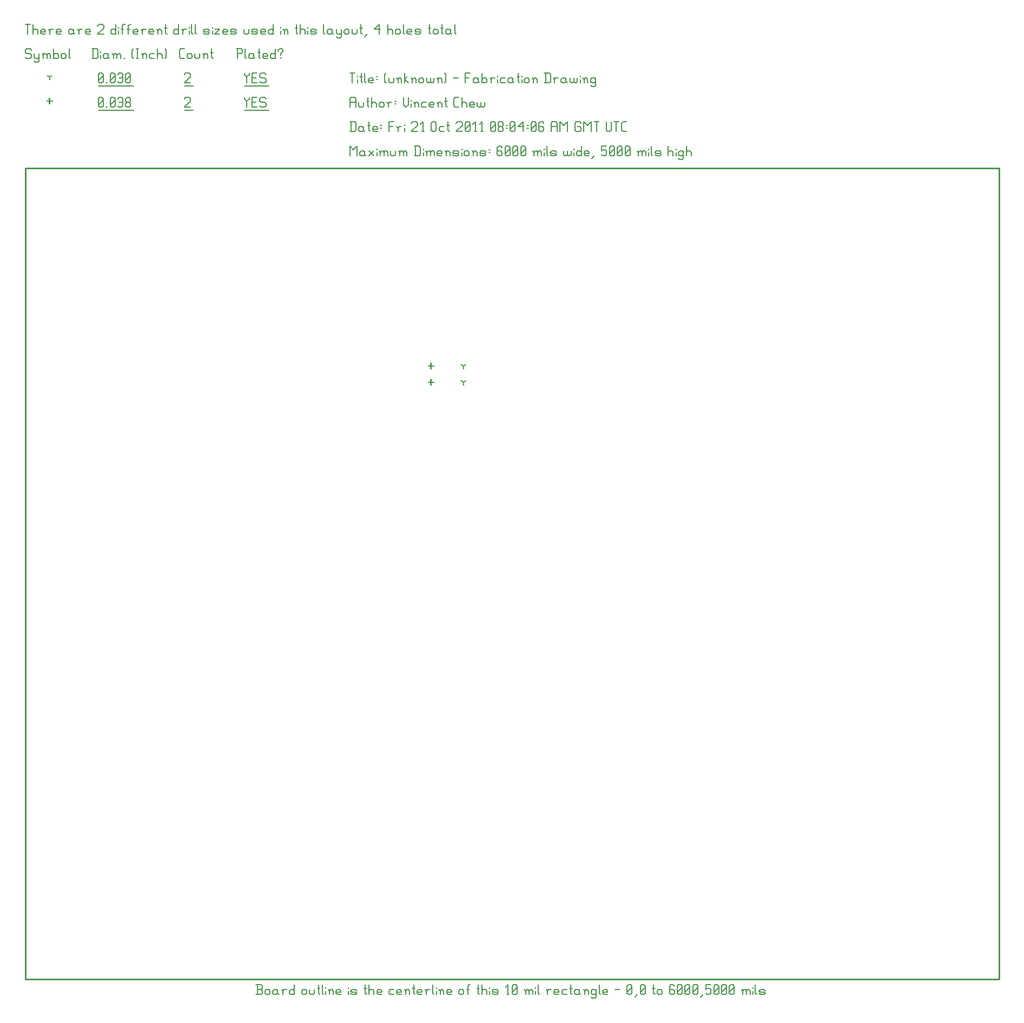
<source format=gbr>
G04 start of page 10 for group -3984 idx -3984 *
G04 Title: (unknown), fab *
G04 Creator: pcb 20091103 *
G04 CreationDate: Fri 21 Oct 2011 08:04:06 AM GMT UTC *
G04 For: kampai *
G04 Format: Gerber/RS-274X *
G04 PCB-Dimensions: 600000 500000 *
G04 PCB-Coordinate-Origin: lower left *
%MOIN*%
%FSLAX25Y25*%
%LNFAB*%
%ADD20C,0.0100*%
%ADD21R,0.0080X0.0080*%
%ADD22C,0.0060*%
G54D21*X250000Y369600D02*Y366400D01*
X248400Y368000D02*X251600D01*
X250000Y379600D02*Y376400D01*
X248400Y378000D02*X251600D01*
X15000Y542850D02*Y539650D01*
X13400Y541250D02*X16600D01*
G54D22*X135000Y543500D02*Y542750D01*
X136500Y541250D01*
X138000Y542750D01*
Y543500D02*Y542750D01*
X136500Y541250D02*Y537500D01*
X139801Y540500D02*X142051D01*
X139801Y537500D02*X142801D01*
X139801Y543500D02*Y537500D01*
Y543500D02*X142801D01*
X147603D02*X148353Y542750D01*
X145353Y543500D02*X147603D01*
X144603Y542750D02*X145353Y543500D01*
X144603Y542750D02*Y541250D01*
X145353Y540500D01*
X147603D01*
X148353Y539750D01*
Y538250D01*
X147603Y537500D02*X148353Y538250D01*
X145353Y537500D02*X147603D01*
X144603Y538250D02*X145353Y537500D01*
X135000Y535749D02*X150154D01*
X98000Y542750D02*X98750Y543500D01*
X101000D01*
X101750Y542750D01*
Y541250D01*
X98000Y537500D02*X101750Y541250D01*
X98000Y537500D02*X101750D01*
X98000Y535749D02*X103551D01*
X45000Y538250D02*X45750Y537500D01*
X45000Y542750D02*Y538250D01*
Y542750D02*X45750Y543500D01*
X47250D01*
X48000Y542750D01*
Y538250D01*
X47250Y537500D02*X48000Y538250D01*
X45750Y537500D02*X47250D01*
X45000Y539000D02*X48000Y542000D01*
X49801Y537500D02*X50551D01*
X52353Y538250D02*X53103Y537500D01*
X52353Y542750D02*Y538250D01*
Y542750D02*X53103Y543500D01*
X54603D01*
X55353Y542750D01*
Y538250D01*
X54603Y537500D02*X55353Y538250D01*
X53103Y537500D02*X54603D01*
X52353Y539000D02*X55353Y542000D01*
X57154Y542750D02*X57904Y543500D01*
X59404D01*
X60154Y542750D01*
Y538250D01*
X59404Y537500D02*X60154Y538250D01*
X57904Y537500D02*X59404D01*
X57154Y538250D02*X57904Y537500D01*
Y540500D02*X60154D01*
X61956Y538250D02*X62706Y537500D01*
X61956Y539750D02*Y538250D01*
Y539750D02*X62706Y540500D01*
X64206D01*
X64956Y539750D01*
Y538250D01*
X64206Y537500D02*X64956Y538250D01*
X62706Y537500D02*X64206D01*
X61956Y541250D02*X62706Y540500D01*
X61956Y542750D02*Y541250D01*
Y542750D02*X62706Y543500D01*
X64206D01*
X64956Y542750D01*
Y541250D01*
X64206Y540500D02*X64956Y541250D01*
X45000Y535749D02*X66757D01*
X270000Y368000D02*Y366400D01*
Y368000D02*X271386Y368800D01*
X270000Y368000D02*X268614Y368800D01*
X270000Y378000D02*Y376400D01*
Y378000D02*X271386Y378800D01*
X270000Y378000D02*X268614Y378800D01*
X15000Y556250D02*Y554650D01*
Y556250D02*X16386Y557050D01*
X15000Y556250D02*X13614Y557050D01*
X135000Y558500D02*Y557750D01*
X136500Y556250D01*
X138000Y557750D01*
Y558500D02*Y557750D01*
X136500Y556250D02*Y552500D01*
X139801Y555500D02*X142051D01*
X139801Y552500D02*X142801D01*
X139801Y558500D02*Y552500D01*
Y558500D02*X142801D01*
X147603D02*X148353Y557750D01*
X145353Y558500D02*X147603D01*
X144603Y557750D02*X145353Y558500D01*
X144603Y557750D02*Y556250D01*
X145353Y555500D01*
X147603D01*
X148353Y554750D01*
Y553250D01*
X147603Y552500D02*X148353Y553250D01*
X145353Y552500D02*X147603D01*
X144603Y553250D02*X145353Y552500D01*
X135000Y550749D02*X150154D01*
X98000Y557750D02*X98750Y558500D01*
X101000D01*
X101750Y557750D01*
Y556250D01*
X98000Y552500D02*X101750Y556250D01*
X98000Y552500D02*X101750D01*
X98000Y550749D02*X103551D01*
X45000Y553250D02*X45750Y552500D01*
X45000Y557750D02*Y553250D01*
Y557750D02*X45750Y558500D01*
X47250D01*
X48000Y557750D01*
Y553250D01*
X47250Y552500D02*X48000Y553250D01*
X45750Y552500D02*X47250D01*
X45000Y554000D02*X48000Y557000D01*
X49801Y552500D02*X50551D01*
X52353Y553250D02*X53103Y552500D01*
X52353Y557750D02*Y553250D01*
Y557750D02*X53103Y558500D01*
X54603D01*
X55353Y557750D01*
Y553250D01*
X54603Y552500D02*X55353Y553250D01*
X53103Y552500D02*X54603D01*
X52353Y554000D02*X55353Y557000D01*
X57154Y557750D02*X57904Y558500D01*
X59404D01*
X60154Y557750D01*
Y553250D01*
X59404Y552500D02*X60154Y553250D01*
X57904Y552500D02*X59404D01*
X57154Y553250D02*X57904Y552500D01*
Y555500D02*X60154D01*
X61956Y553250D02*X62706Y552500D01*
X61956Y557750D02*Y553250D01*
Y557750D02*X62706Y558500D01*
X64206D01*
X64956Y557750D01*
Y553250D01*
X64206Y552500D02*X64956Y553250D01*
X62706Y552500D02*X64206D01*
X61956Y554000D02*X64956Y557000D01*
X45000Y550749D02*X66757D01*
X3000Y573500D02*X3750Y572750D01*
X750Y573500D02*X3000D01*
X0Y572750D02*X750Y573500D01*
X0Y572750D02*Y571250D01*
X750Y570500D01*
X3000D01*
X3750Y569750D01*
Y568250D01*
X3000Y567500D02*X3750Y568250D01*
X750Y567500D02*X3000D01*
X0Y568250D02*X750Y567500D01*
X5551Y570500D02*Y568250D01*
X6301Y567500D01*
X8551Y570500D02*Y566000D01*
X7801Y565250D02*X8551Y566000D01*
X6301Y565250D02*X7801D01*
X5551Y566000D02*X6301Y565250D01*
Y567500D02*X7801D01*
X8551Y568250D01*
X11103Y569750D02*Y567500D01*
Y569750D02*X11853Y570500D01*
X12603D01*
X13353Y569750D01*
Y567500D01*
Y569750D02*X14103Y570500D01*
X14853D01*
X15603Y569750D01*
Y567500D01*
X10353Y570500D02*X11103Y569750D01*
X17404Y573500D02*Y567500D01*
Y568250D02*X18154Y567500D01*
X19654D01*
X20404Y568250D01*
Y569750D02*Y568250D01*
X19654Y570500D02*X20404Y569750D01*
X18154Y570500D02*X19654D01*
X17404Y569750D02*X18154Y570500D01*
X22206Y569750D02*Y568250D01*
Y569750D02*X22956Y570500D01*
X24456D01*
X25206Y569750D01*
Y568250D01*
X24456Y567500D02*X25206Y568250D01*
X22956Y567500D02*X24456D01*
X22206Y568250D02*X22956Y567500D01*
X27007Y573500D02*Y568250D01*
X27757Y567500D01*
X41750Y573500D02*Y567500D01*
X44000Y573500D02*X44750Y572750D01*
Y568250D01*
X44000Y567500D02*X44750Y568250D01*
X41000Y567500D02*X44000D01*
X41000Y573500D02*X44000D01*
X46551Y572000D02*Y571250D01*
Y569750D02*Y567500D01*
X50303Y570500D02*X51053Y569750D01*
X48803Y570500D02*X50303D01*
X48053Y569750D02*X48803Y570500D01*
X48053Y569750D02*Y568250D01*
X48803Y567500D01*
X51053Y570500D02*Y568250D01*
X51803Y567500D01*
X48803D02*X50303D01*
X51053Y568250D01*
X54354Y569750D02*Y567500D01*
Y569750D02*X55104Y570500D01*
X55854D01*
X56604Y569750D01*
Y567500D01*
Y569750D02*X57354Y570500D01*
X58104D01*
X58854Y569750D01*
Y567500D01*
X53604Y570500D02*X54354Y569750D01*
X60656Y567500D02*X61406D01*
X65907Y568250D02*X66657Y567500D01*
X65907Y572750D02*X66657Y573500D01*
X65907Y572750D02*Y568250D01*
X68459Y573500D02*X69959D01*
X69209D02*Y567500D01*
X68459D02*X69959D01*
X72510Y569750D02*Y567500D01*
Y569750D02*X73260Y570500D01*
X74010D01*
X74760Y569750D01*
Y567500D01*
X71760Y570500D02*X72510Y569750D01*
X77312Y570500D02*X79562D01*
X76562Y569750D02*X77312Y570500D01*
X76562Y569750D02*Y568250D01*
X77312Y567500D01*
X79562D01*
X81363Y573500D02*Y567500D01*
Y569750D02*X82113Y570500D01*
X83613D01*
X84363Y569750D01*
Y567500D01*
X86165Y573500D02*X86915Y572750D01*
Y568250D01*
X86165Y567500D02*X86915Y568250D01*
X95750Y567500D02*X98000D01*
X95000Y568250D02*X95750Y567500D01*
X95000Y572750D02*Y568250D01*
Y572750D02*X95750Y573500D01*
X98000D01*
X99801Y569750D02*Y568250D01*
Y569750D02*X100551Y570500D01*
X102051D01*
X102801Y569750D01*
Y568250D01*
X102051Y567500D02*X102801Y568250D01*
X100551Y567500D02*X102051D01*
X99801Y568250D02*X100551Y567500D01*
X104603Y570500D02*Y568250D01*
X105353Y567500D01*
X106853D01*
X107603Y568250D01*
Y570500D02*Y568250D01*
X110154Y569750D02*Y567500D01*
Y569750D02*X110904Y570500D01*
X111654D01*
X112404Y569750D01*
Y567500D01*
X109404Y570500D02*X110154Y569750D01*
X114956Y573500D02*Y568250D01*
X115706Y567500D01*
X114206Y571250D02*X115706D01*
X130750Y573500D02*Y567500D01*
X130000Y573500D02*X133000D01*
X133750Y572750D01*
Y571250D01*
X133000Y570500D02*X133750Y571250D01*
X130750Y570500D02*X133000D01*
X135551Y573500D02*Y568250D01*
X136301Y567500D01*
X140053Y570500D02*X140803Y569750D01*
X138553Y570500D02*X140053D01*
X137803Y569750D02*X138553Y570500D01*
X137803Y569750D02*Y568250D01*
X138553Y567500D01*
X140803Y570500D02*Y568250D01*
X141553Y567500D01*
X138553D02*X140053D01*
X140803Y568250D01*
X144104Y573500D02*Y568250D01*
X144854Y567500D01*
X143354Y571250D02*X144854D01*
X147106Y567500D02*X149356D01*
X146356Y568250D02*X147106Y567500D01*
X146356Y569750D02*Y568250D01*
Y569750D02*X147106Y570500D01*
X148606D01*
X149356Y569750D01*
X146356Y569000D02*X149356D01*
Y569750D02*Y569000D01*
X154157Y573500D02*Y567500D01*
X153407D02*X154157Y568250D01*
X151907Y567500D02*X153407D01*
X151157Y568250D02*X151907Y567500D01*
X151157Y569750D02*Y568250D01*
Y569750D02*X151907Y570500D01*
X153407D01*
X154157Y569750D01*
X157459Y570500D02*Y569750D01*
Y568250D02*Y567500D01*
X155959Y572750D02*Y572000D01*
Y572750D02*X156709Y573500D01*
X158209D01*
X158959Y572750D01*
Y572000D01*
X157459Y570500D02*X158959Y572000D01*
X0Y588500D02*X3000D01*
X1500D02*Y582500D01*
X4801Y588500D02*Y582500D01*
Y584750D02*X5551Y585500D01*
X7051D01*
X7801Y584750D01*
Y582500D01*
X10353D02*X12603D01*
X9603Y583250D02*X10353Y582500D01*
X9603Y584750D02*Y583250D01*
Y584750D02*X10353Y585500D01*
X11853D01*
X12603Y584750D01*
X9603Y584000D02*X12603D01*
Y584750D02*Y584000D01*
X15154Y584750D02*Y582500D01*
Y584750D02*X15904Y585500D01*
X17404D01*
X14404D02*X15154Y584750D01*
X19956Y582500D02*X22206D01*
X19206Y583250D02*X19956Y582500D01*
X19206Y584750D02*Y583250D01*
Y584750D02*X19956Y585500D01*
X21456D01*
X22206Y584750D01*
X19206Y584000D02*X22206D01*
Y584750D02*Y584000D01*
X28957Y585500D02*X29707Y584750D01*
X27457Y585500D02*X28957D01*
X26707Y584750D02*X27457Y585500D01*
X26707Y584750D02*Y583250D01*
X27457Y582500D01*
X29707Y585500D02*Y583250D01*
X30457Y582500D01*
X27457D02*X28957D01*
X29707Y583250D01*
X33009Y584750D02*Y582500D01*
Y584750D02*X33759Y585500D01*
X35259D01*
X32259D02*X33009Y584750D01*
X37810Y582500D02*X40060D01*
X37060Y583250D02*X37810Y582500D01*
X37060Y584750D02*Y583250D01*
Y584750D02*X37810Y585500D01*
X39310D01*
X40060Y584750D01*
X37060Y584000D02*X40060D01*
Y584750D02*Y584000D01*
X44562Y587750D02*X45312Y588500D01*
X47562D01*
X48312Y587750D01*
Y586250D01*
X44562Y582500D02*X48312Y586250D01*
X44562Y582500D02*X48312D01*
X55813Y588500D02*Y582500D01*
X55063D02*X55813Y583250D01*
X53563Y582500D02*X55063D01*
X52813Y583250D02*X53563Y582500D01*
X52813Y584750D02*Y583250D01*
Y584750D02*X53563Y585500D01*
X55063D01*
X55813Y584750D01*
X57615Y587000D02*Y586250D01*
Y584750D02*Y582500D01*
X59866Y587750D02*Y582500D01*
Y587750D02*X60616Y588500D01*
X61366D01*
X59116Y585500D02*X60616D01*
X63618Y587750D02*Y582500D01*
Y587750D02*X64368Y588500D01*
X65118D01*
X62868Y585500D02*X64368D01*
X67369Y582500D02*X69619D01*
X66619Y583250D02*X67369Y582500D01*
X66619Y584750D02*Y583250D01*
Y584750D02*X67369Y585500D01*
X68869D01*
X69619Y584750D01*
X66619Y584000D02*X69619D01*
Y584750D02*Y584000D01*
X72171Y584750D02*Y582500D01*
Y584750D02*X72921Y585500D01*
X74421D01*
X71421D02*X72171Y584750D01*
X76972Y582500D02*X79222D01*
X76222Y583250D02*X76972Y582500D01*
X76222Y584750D02*Y583250D01*
Y584750D02*X76972Y585500D01*
X78472D01*
X79222Y584750D01*
X76222Y584000D02*X79222D01*
Y584750D02*Y584000D01*
X81774Y584750D02*Y582500D01*
Y584750D02*X82524Y585500D01*
X83274D01*
X84024Y584750D01*
Y582500D01*
X81024Y585500D02*X81774Y584750D01*
X86575Y588500D02*Y583250D01*
X87325Y582500D01*
X85825Y586250D02*X87325D01*
X94527Y588500D02*Y582500D01*
X93777D02*X94527Y583250D01*
X92277Y582500D02*X93777D01*
X91527Y583250D02*X92277Y582500D01*
X91527Y584750D02*Y583250D01*
Y584750D02*X92277Y585500D01*
X93777D01*
X94527Y584750D01*
X97078D02*Y582500D01*
Y584750D02*X97828Y585500D01*
X99328D01*
X96328D02*X97078Y584750D01*
X101130Y587000D02*Y586250D01*
Y584750D02*Y582500D01*
X102631Y588500D02*Y583250D01*
X103381Y582500D01*
X104883Y588500D02*Y583250D01*
X105633Y582500D01*
X110584D02*X112834D01*
X113584Y583250D01*
X112834Y584000D02*X113584Y583250D01*
X110584Y584000D02*X112834D01*
X109834Y584750D02*X110584Y584000D01*
X109834Y584750D02*X110584Y585500D01*
X112834D01*
X113584Y584750D01*
X109834Y583250D02*X110584Y582500D01*
X115386Y587000D02*Y586250D01*
Y584750D02*Y582500D01*
X116887Y585500D02*X119887D01*
X116887Y582500D02*X119887Y585500D01*
X116887Y582500D02*X119887D01*
X122439D02*X124689D01*
X121689Y583250D02*X122439Y582500D01*
X121689Y584750D02*Y583250D01*
Y584750D02*X122439Y585500D01*
X123939D01*
X124689Y584750D01*
X121689Y584000D02*X124689D01*
Y584750D02*Y584000D01*
X127240Y582500D02*X129490D01*
X130240Y583250D01*
X129490Y584000D02*X130240Y583250D01*
X127240Y584000D02*X129490D01*
X126490Y584750D02*X127240Y584000D01*
X126490Y584750D02*X127240Y585500D01*
X129490D01*
X130240Y584750D01*
X126490Y583250D02*X127240Y582500D01*
X134742Y585500D02*Y583250D01*
X135492Y582500D01*
X136992D01*
X137742Y583250D01*
Y585500D02*Y583250D01*
X140293Y582500D02*X142543D01*
X143293Y583250D01*
X142543Y584000D02*X143293Y583250D01*
X140293Y584000D02*X142543D01*
X139543Y584750D02*X140293Y584000D01*
X139543Y584750D02*X140293Y585500D01*
X142543D01*
X143293Y584750D01*
X139543Y583250D02*X140293Y582500D01*
X145845D02*X148095D01*
X145095Y583250D02*X145845Y582500D01*
X145095Y584750D02*Y583250D01*
Y584750D02*X145845Y585500D01*
X147345D01*
X148095Y584750D01*
X145095Y584000D02*X148095D01*
Y584750D02*Y584000D01*
X152896Y588500D02*Y582500D01*
X152146D02*X152896Y583250D01*
X150646Y582500D02*X152146D01*
X149896Y583250D02*X150646Y582500D01*
X149896Y584750D02*Y583250D01*
Y584750D02*X150646Y585500D01*
X152146D01*
X152896Y584750D01*
X157398Y587000D02*Y586250D01*
Y584750D02*Y582500D01*
X159649Y584750D02*Y582500D01*
Y584750D02*X160399Y585500D01*
X161149D01*
X161899Y584750D01*
Y582500D01*
X158899Y585500D02*X159649Y584750D01*
X167151Y588500D02*Y583250D01*
X167901Y582500D01*
X166401Y586250D02*X167901D01*
X169402Y588500D02*Y582500D01*
Y584750D02*X170152Y585500D01*
X171652D01*
X172402Y584750D01*
Y582500D01*
X174204Y587000D02*Y586250D01*
Y584750D02*Y582500D01*
X176455D02*X178705D01*
X179455Y583250D01*
X178705Y584000D02*X179455Y583250D01*
X176455Y584000D02*X178705D01*
X175705Y584750D02*X176455Y584000D01*
X175705Y584750D02*X176455Y585500D01*
X178705D01*
X179455Y584750D01*
X175705Y583250D02*X176455Y582500D01*
X183957Y588500D02*Y583250D01*
X184707Y582500D01*
X188458Y585500D02*X189208Y584750D01*
X186958Y585500D02*X188458D01*
X186208Y584750D02*X186958Y585500D01*
X186208Y584750D02*Y583250D01*
X186958Y582500D01*
X189208Y585500D02*Y583250D01*
X189958Y582500D01*
X186958D02*X188458D01*
X189208Y583250D01*
X191760Y585500D02*Y583250D01*
X192510Y582500D01*
X194760Y585500D02*Y581000D01*
X194010Y580250D02*X194760Y581000D01*
X192510Y580250D02*X194010D01*
X191760Y581000D02*X192510Y580250D01*
Y582500D02*X194010D01*
X194760Y583250D01*
X196561Y584750D02*Y583250D01*
Y584750D02*X197311Y585500D01*
X198811D01*
X199561Y584750D01*
Y583250D01*
X198811Y582500D02*X199561Y583250D01*
X197311Y582500D02*X198811D01*
X196561Y583250D02*X197311Y582500D01*
X201363Y585500D02*Y583250D01*
X202113Y582500D01*
X203613D01*
X204363Y583250D01*
Y585500D02*Y583250D01*
X206914Y588500D02*Y583250D01*
X207664Y582500D01*
X206164Y586250D02*X207664D01*
X209166Y581000D02*X210666Y582500D01*
X215167Y585500D02*X218167Y588500D01*
X215167Y585500D02*X218917D01*
X218167Y588500D02*Y582500D01*
X223419Y588500D02*Y582500D01*
Y584750D02*X224169Y585500D01*
X225669D01*
X226419Y584750D01*
Y582500D01*
X228220Y584750D02*Y583250D01*
Y584750D02*X228970Y585500D01*
X230470D01*
X231220Y584750D01*
Y583250D01*
X230470Y582500D02*X231220Y583250D01*
X228970Y582500D02*X230470D01*
X228220Y583250D02*X228970Y582500D01*
X233022Y588500D02*Y583250D01*
X233772Y582500D01*
X236023D02*X238273D01*
X235273Y583250D02*X236023Y582500D01*
X235273Y584750D02*Y583250D01*
Y584750D02*X236023Y585500D01*
X237523D01*
X238273Y584750D01*
X235273Y584000D02*X238273D01*
Y584750D02*Y584000D01*
X240825Y582500D02*X243075D01*
X243825Y583250D01*
X243075Y584000D02*X243825Y583250D01*
X240825Y584000D02*X243075D01*
X240075Y584750D02*X240825Y584000D01*
X240075Y584750D02*X240825Y585500D01*
X243075D01*
X243825Y584750D01*
X240075Y583250D02*X240825Y582500D01*
X249076Y588500D02*Y583250D01*
X249826Y582500D01*
X248326Y586250D02*X249826D01*
X251328Y584750D02*Y583250D01*
Y584750D02*X252078Y585500D01*
X253578D01*
X254328Y584750D01*
Y583250D01*
X253578Y582500D02*X254328Y583250D01*
X252078Y582500D02*X253578D01*
X251328Y583250D02*X252078Y582500D01*
X256879Y588500D02*Y583250D01*
X257629Y582500D01*
X256129Y586250D02*X257629D01*
X261381Y585500D02*X262131Y584750D01*
X259881Y585500D02*X261381D01*
X259131Y584750D02*X259881Y585500D01*
X259131Y584750D02*Y583250D01*
X259881Y582500D01*
X262131Y585500D02*Y583250D01*
X262881Y582500D01*
X259881D02*X261381D01*
X262131Y583250D01*
X264682Y588500D02*Y583250D01*
X265432Y582500D01*
G54D20*X0Y500000D02*X600000D01*
X0D02*Y0D01*
X600000Y500000D02*Y0D01*
X0D02*X600000D01*
G54D22*X200000Y513500D02*Y507500D01*
Y513500D02*X202250Y511250D01*
X204500Y513500D01*
Y507500D01*
X208551Y510500D02*X209301Y509750D01*
X207051Y510500D02*X208551D01*
X206301Y509750D02*X207051Y510500D01*
X206301Y509750D02*Y508250D01*
X207051Y507500D01*
X209301Y510500D02*Y508250D01*
X210051Y507500D01*
X207051D02*X208551D01*
X209301Y508250D01*
X211853Y510500D02*X214853Y507500D01*
X211853D02*X214853Y510500D01*
X216654Y512000D02*Y511250D01*
Y509750D02*Y507500D01*
X218906Y509750D02*Y507500D01*
Y509750D02*X219656Y510500D01*
X220406D01*
X221156Y509750D01*
Y507500D01*
Y509750D02*X221906Y510500D01*
X222656D01*
X223406Y509750D01*
Y507500D01*
X218156Y510500D02*X218906Y509750D01*
X225207Y510500D02*Y508250D01*
X225957Y507500D01*
X227457D01*
X228207Y508250D01*
Y510500D02*Y508250D01*
X230759Y509750D02*Y507500D01*
Y509750D02*X231509Y510500D01*
X232259D01*
X233009Y509750D01*
Y507500D01*
Y509750D02*X233759Y510500D01*
X234509D01*
X235259Y509750D01*
Y507500D01*
X230009Y510500D02*X230759Y509750D01*
X240510Y513500D02*Y507500D01*
X242760Y513500D02*X243510Y512750D01*
Y508250D01*
X242760Y507500D02*X243510Y508250D01*
X239760Y507500D02*X242760D01*
X239760Y513500D02*X242760D01*
X245312Y512000D02*Y511250D01*
Y509750D02*Y507500D01*
X247563Y509750D02*Y507500D01*
Y509750D02*X248313Y510500D01*
X249063D01*
X249813Y509750D01*
Y507500D01*
Y509750D02*X250563Y510500D01*
X251313D01*
X252063Y509750D01*
Y507500D01*
X246813Y510500D02*X247563Y509750D01*
X254615Y507500D02*X256865D01*
X253865Y508250D02*X254615Y507500D01*
X253865Y509750D02*Y508250D01*
Y509750D02*X254615Y510500D01*
X256115D01*
X256865Y509750D01*
X253865Y509000D02*X256865D01*
Y509750D02*Y509000D01*
X259416Y509750D02*Y507500D01*
Y509750D02*X260166Y510500D01*
X260916D01*
X261666Y509750D01*
Y507500D01*
X258666Y510500D02*X259416Y509750D01*
X264218Y507500D02*X266468D01*
X267218Y508250D01*
X266468Y509000D02*X267218Y508250D01*
X264218Y509000D02*X266468D01*
X263468Y509750D02*X264218Y509000D01*
X263468Y509750D02*X264218Y510500D01*
X266468D01*
X267218Y509750D01*
X263468Y508250D02*X264218Y507500D01*
X269019Y512000D02*Y511250D01*
Y509750D02*Y507500D01*
X270521Y509750D02*Y508250D01*
Y509750D02*X271271Y510500D01*
X272771D01*
X273521Y509750D01*
Y508250D01*
X272771Y507500D02*X273521Y508250D01*
X271271Y507500D02*X272771D01*
X270521Y508250D02*X271271Y507500D01*
X276072Y509750D02*Y507500D01*
Y509750D02*X276822Y510500D01*
X277572D01*
X278322Y509750D01*
Y507500D01*
X275322Y510500D02*X276072Y509750D01*
X280874Y507500D02*X283124D01*
X283874Y508250D01*
X283124Y509000D02*X283874Y508250D01*
X280874Y509000D02*X283124D01*
X280124Y509750D02*X280874Y509000D01*
X280124Y509750D02*X280874Y510500D01*
X283124D01*
X283874Y509750D01*
X280124Y508250D02*X280874Y507500D01*
X285675Y511250D02*X286425D01*
X285675Y509750D02*X286425D01*
X293177Y513500D02*X293927Y512750D01*
X291677Y513500D02*X293177D01*
X290927Y512750D02*X291677Y513500D01*
X290927Y512750D02*Y508250D01*
X291677Y507500D01*
X293177Y510500D02*X293927Y509750D01*
X290927Y510500D02*X293177D01*
X291677Y507500D02*X293177D01*
X293927Y508250D01*
Y509750D02*Y508250D01*
X295728D02*X296478Y507500D01*
X295728Y512750D02*Y508250D01*
Y512750D02*X296478Y513500D01*
X297978D01*
X298728Y512750D01*
Y508250D01*
X297978Y507500D02*X298728Y508250D01*
X296478Y507500D02*X297978D01*
X295728Y509000D02*X298728Y512000D01*
X300530Y508250D02*X301280Y507500D01*
X300530Y512750D02*Y508250D01*
Y512750D02*X301280Y513500D01*
X302780D01*
X303530Y512750D01*
Y508250D01*
X302780Y507500D02*X303530Y508250D01*
X301280Y507500D02*X302780D01*
X300530Y509000D02*X303530Y512000D01*
X305331Y508250D02*X306081Y507500D01*
X305331Y512750D02*Y508250D01*
Y512750D02*X306081Y513500D01*
X307581D01*
X308331Y512750D01*
Y508250D01*
X307581Y507500D02*X308331Y508250D01*
X306081Y507500D02*X307581D01*
X305331Y509000D02*X308331Y512000D01*
X313583Y509750D02*Y507500D01*
Y509750D02*X314333Y510500D01*
X315083D01*
X315833Y509750D01*
Y507500D01*
Y509750D02*X316583Y510500D01*
X317333D01*
X318083Y509750D01*
Y507500D01*
X312833Y510500D02*X313583Y509750D01*
X319884Y512000D02*Y511250D01*
Y509750D02*Y507500D01*
X321386Y513500D02*Y508250D01*
X322136Y507500D01*
X324387D02*X326637D01*
X327387Y508250D01*
X326637Y509000D02*X327387Y508250D01*
X324387Y509000D02*X326637D01*
X323637Y509750D02*X324387Y509000D01*
X323637Y509750D02*X324387Y510500D01*
X326637D01*
X327387Y509750D01*
X323637Y508250D02*X324387Y507500D01*
X331889Y510500D02*Y508250D01*
X332639Y507500D01*
X333389D01*
X334139Y508250D01*
Y510500D02*Y508250D01*
X334889Y507500D01*
X335639D01*
X336389Y508250D01*
Y510500D02*Y508250D01*
X338190Y512000D02*Y511250D01*
Y509750D02*Y507500D01*
X342692Y513500D02*Y507500D01*
X341942D02*X342692Y508250D01*
X340442Y507500D02*X341942D01*
X339692Y508250D02*X340442Y507500D01*
X339692Y509750D02*Y508250D01*
Y509750D02*X340442Y510500D01*
X341942D01*
X342692Y509750D01*
X345243Y507500D02*X347493D01*
X344493Y508250D02*X345243Y507500D01*
X344493Y509750D02*Y508250D01*
Y509750D02*X345243Y510500D01*
X346743D01*
X347493Y509750D01*
X344493Y509000D02*X347493D01*
Y509750D02*Y509000D01*
X349295Y506000D02*X350795Y507500D01*
X355296Y513500D02*X358296D01*
X355296D02*Y510500D01*
X356046Y511250D01*
X357546D01*
X358296Y510500D01*
Y508250D01*
X357546Y507500D02*X358296Y508250D01*
X356046Y507500D02*X357546D01*
X355296Y508250D02*X356046Y507500D01*
X360098Y508250D02*X360848Y507500D01*
X360098Y512750D02*Y508250D01*
Y512750D02*X360848Y513500D01*
X362348D01*
X363098Y512750D01*
Y508250D01*
X362348Y507500D02*X363098Y508250D01*
X360848Y507500D02*X362348D01*
X360098Y509000D02*X363098Y512000D01*
X364899Y508250D02*X365649Y507500D01*
X364899Y512750D02*Y508250D01*
Y512750D02*X365649Y513500D01*
X367149D01*
X367899Y512750D01*
Y508250D01*
X367149Y507500D02*X367899Y508250D01*
X365649Y507500D02*X367149D01*
X364899Y509000D02*X367899Y512000D01*
X369701Y508250D02*X370451Y507500D01*
X369701Y512750D02*Y508250D01*
Y512750D02*X370451Y513500D01*
X371951D01*
X372701Y512750D01*
Y508250D01*
X371951Y507500D02*X372701Y508250D01*
X370451Y507500D02*X371951D01*
X369701Y509000D02*X372701Y512000D01*
X377952Y509750D02*Y507500D01*
Y509750D02*X378702Y510500D01*
X379452D01*
X380202Y509750D01*
Y507500D01*
Y509750D02*X380952Y510500D01*
X381702D01*
X382452Y509750D01*
Y507500D01*
X377202Y510500D02*X377952Y509750D01*
X384254Y512000D02*Y511250D01*
Y509750D02*Y507500D01*
X385755Y513500D02*Y508250D01*
X386505Y507500D01*
X388757D02*X391007D01*
X391757Y508250D01*
X391007Y509000D02*X391757Y508250D01*
X388757Y509000D02*X391007D01*
X388007Y509750D02*X388757Y509000D01*
X388007Y509750D02*X388757Y510500D01*
X391007D01*
X391757Y509750D01*
X388007Y508250D02*X388757Y507500D01*
X396258Y513500D02*Y507500D01*
Y509750D02*X397008Y510500D01*
X398508D01*
X399258Y509750D01*
Y507500D01*
X401060Y512000D02*Y511250D01*
Y509750D02*Y507500D01*
X404811Y510500D02*X405561Y509750D01*
X403311Y510500D02*X404811D01*
X402561Y509750D02*X403311Y510500D01*
X402561Y509750D02*Y508250D01*
X403311Y507500D01*
X404811D01*
X405561Y508250D01*
X402561Y506000D02*X403311Y505250D01*
X404811D01*
X405561Y506000D01*
Y510500D02*Y506000D01*
X407363Y513500D02*Y507500D01*
Y509750D02*X408113Y510500D01*
X409613D01*
X410363Y509750D01*
Y507500D01*
X142226Y-9500D02*X145226D01*
X145976Y-8750D01*
Y-7250D02*Y-8750D01*
X145226Y-6500D02*X145976Y-7250D01*
X142976Y-6500D02*X145226D01*
X142976Y-3500D02*Y-9500D01*
X142226Y-3500D02*X145226D01*
X145976Y-4250D01*
Y-5750D01*
X145226Y-6500D02*X145976Y-5750D01*
X147777Y-7250D02*Y-8750D01*
Y-7250D02*X148527Y-6500D01*
X150027D01*
X150777Y-7250D01*
Y-8750D01*
X150027Y-9500D02*X150777Y-8750D01*
X148527Y-9500D02*X150027D01*
X147777Y-8750D02*X148527Y-9500D01*
X154829Y-6500D02*X155579Y-7250D01*
X153329Y-6500D02*X154829D01*
X152579Y-7250D02*X153329Y-6500D01*
X152579Y-7250D02*Y-8750D01*
X153329Y-9500D01*
X155579Y-6500D02*Y-8750D01*
X156329Y-9500D01*
X153329D02*X154829D01*
X155579Y-8750D01*
X158880Y-7250D02*Y-9500D01*
Y-7250D02*X159630Y-6500D01*
X161130D01*
X158130D02*X158880Y-7250D01*
X165932Y-3500D02*Y-9500D01*
X165182D02*X165932Y-8750D01*
X163682Y-9500D02*X165182D01*
X162932Y-8750D02*X163682Y-9500D01*
X162932Y-7250D02*Y-8750D01*
Y-7250D02*X163682Y-6500D01*
X165182D01*
X165932Y-7250D01*
X170433D02*Y-8750D01*
Y-7250D02*X171183Y-6500D01*
X172683D01*
X173433Y-7250D01*
Y-8750D01*
X172683Y-9500D02*X173433Y-8750D01*
X171183Y-9500D02*X172683D01*
X170433Y-8750D02*X171183Y-9500D01*
X175235Y-6500D02*Y-8750D01*
X175985Y-9500D01*
X177485D01*
X178235Y-8750D01*
Y-6500D02*Y-8750D01*
X180786Y-3500D02*Y-8750D01*
X181536Y-9500D01*
X180036Y-5750D02*X181536D01*
X183038Y-3500D02*Y-8750D01*
X183788Y-9500D01*
X185289Y-5000D02*Y-5750D01*
Y-7250D02*Y-9500D01*
X187541Y-7250D02*Y-9500D01*
Y-7250D02*X188291Y-6500D01*
X189041D01*
X189791Y-7250D01*
Y-9500D01*
X186791Y-6500D02*X187541Y-7250D01*
X192342Y-9500D02*X194592D01*
X191592Y-8750D02*X192342Y-9500D01*
X191592Y-7250D02*Y-8750D01*
Y-7250D02*X192342Y-6500D01*
X193842D01*
X194592Y-7250D01*
X191592Y-8000D02*X194592D01*
Y-7250D02*Y-8000D01*
X199094Y-5000D02*Y-5750D01*
Y-7250D02*Y-9500D01*
X201345D02*X203595D01*
X204345Y-8750D01*
X203595Y-8000D02*X204345Y-8750D01*
X201345Y-8000D02*X203595D01*
X200595Y-7250D02*X201345Y-8000D01*
X200595Y-7250D02*X201345Y-6500D01*
X203595D01*
X204345Y-7250D01*
X200595Y-8750D02*X201345Y-9500D01*
X209597Y-3500D02*Y-8750D01*
X210347Y-9500D01*
X208847Y-5750D02*X210347D01*
X211848Y-3500D02*Y-9500D01*
Y-7250D02*X212598Y-6500D01*
X214098D01*
X214848Y-7250D01*
Y-9500D01*
X217400D02*X219650D01*
X216650Y-8750D02*X217400Y-9500D01*
X216650Y-7250D02*Y-8750D01*
Y-7250D02*X217400Y-6500D01*
X218900D01*
X219650Y-7250D01*
X216650Y-8000D02*X219650D01*
Y-7250D02*Y-8000D01*
X224901Y-6500D02*X227151D01*
X224151Y-7250D02*X224901Y-6500D01*
X224151Y-7250D02*Y-8750D01*
X224901Y-9500D01*
X227151D01*
X229703D02*X231953D01*
X228953Y-8750D02*X229703Y-9500D01*
X228953Y-7250D02*Y-8750D01*
Y-7250D02*X229703Y-6500D01*
X231203D01*
X231953Y-7250D01*
X228953Y-8000D02*X231953D01*
Y-7250D02*Y-8000D01*
X234504Y-7250D02*Y-9500D01*
Y-7250D02*X235254Y-6500D01*
X236004D01*
X236754Y-7250D01*
Y-9500D01*
X233754Y-6500D02*X234504Y-7250D01*
X239306Y-3500D02*Y-8750D01*
X240056Y-9500D01*
X238556Y-5750D02*X240056D01*
X242307Y-9500D02*X244557D01*
X241557Y-8750D02*X242307Y-9500D01*
X241557Y-7250D02*Y-8750D01*
Y-7250D02*X242307Y-6500D01*
X243807D01*
X244557Y-7250D01*
X241557Y-8000D02*X244557D01*
Y-7250D02*Y-8000D01*
X247109Y-7250D02*Y-9500D01*
Y-7250D02*X247859Y-6500D01*
X249359D01*
X246359D02*X247109Y-7250D01*
X251160Y-3500D02*Y-8750D01*
X251910Y-9500D01*
X253412Y-5000D02*Y-5750D01*
Y-7250D02*Y-9500D01*
X255663Y-7250D02*Y-9500D01*
Y-7250D02*X256413Y-6500D01*
X257163D01*
X257913Y-7250D01*
Y-9500D01*
X254913Y-6500D02*X255663Y-7250D01*
X260465Y-9500D02*X262715D01*
X259715Y-8750D02*X260465Y-9500D01*
X259715Y-7250D02*Y-8750D01*
Y-7250D02*X260465Y-6500D01*
X261965D01*
X262715Y-7250D01*
X259715Y-8000D02*X262715D01*
Y-7250D02*Y-8000D01*
X267216Y-7250D02*Y-8750D01*
Y-7250D02*X267966Y-6500D01*
X269466D01*
X270216Y-7250D01*
Y-8750D01*
X269466Y-9500D02*X270216Y-8750D01*
X267966Y-9500D02*X269466D01*
X267216Y-8750D02*X267966Y-9500D01*
X272768Y-4250D02*Y-9500D01*
Y-4250D02*X273518Y-3500D01*
X274268D01*
X272018Y-6500D02*X273518D01*
X279219Y-3500D02*Y-8750D01*
X279969Y-9500D01*
X278469Y-5750D02*X279969D01*
X281471Y-3500D02*Y-9500D01*
Y-7250D02*X282221Y-6500D01*
X283721D01*
X284471Y-7250D01*
Y-9500D01*
X286272Y-5000D02*Y-5750D01*
Y-7250D02*Y-9500D01*
X288524D02*X290774D01*
X291524Y-8750D01*
X290774Y-8000D02*X291524Y-8750D01*
X288524Y-8000D02*X290774D01*
X287774Y-7250D02*X288524Y-8000D01*
X287774Y-7250D02*X288524Y-6500D01*
X290774D01*
X291524Y-7250D01*
X287774Y-8750D02*X288524Y-9500D01*
X296775D02*X298275D01*
X297525Y-3500D02*Y-9500D01*
X296025Y-5000D02*X297525Y-3500D01*
X300077Y-8750D02*X300827Y-9500D01*
X300077Y-4250D02*Y-8750D01*
Y-4250D02*X300827Y-3500D01*
X302327D01*
X303077Y-4250D01*
Y-8750D01*
X302327Y-9500D02*X303077Y-8750D01*
X300827Y-9500D02*X302327D01*
X300077Y-8000D02*X303077Y-5000D01*
X308328Y-7250D02*Y-9500D01*
Y-7250D02*X309078Y-6500D01*
X309828D01*
X310578Y-7250D01*
Y-9500D01*
Y-7250D02*X311328Y-6500D01*
X312078D01*
X312828Y-7250D01*
Y-9500D01*
X307578Y-6500D02*X308328Y-7250D01*
X314630Y-5000D02*Y-5750D01*
Y-7250D02*Y-9500D01*
X316131Y-3500D02*Y-8750D01*
X316881Y-9500D01*
X321833Y-7250D02*Y-9500D01*
Y-7250D02*X322583Y-6500D01*
X324083D01*
X321083D02*X321833Y-7250D01*
X326634Y-9500D02*X328884D01*
X325884Y-8750D02*X326634Y-9500D01*
X325884Y-7250D02*Y-8750D01*
Y-7250D02*X326634Y-6500D01*
X328134D01*
X328884Y-7250D01*
X325884Y-8000D02*X328884D01*
Y-7250D02*Y-8000D01*
X331436Y-6500D02*X333686D01*
X330686Y-7250D02*X331436Y-6500D01*
X330686Y-7250D02*Y-8750D01*
X331436Y-9500D01*
X333686D01*
X336237Y-3500D02*Y-8750D01*
X336987Y-9500D01*
X335487Y-5750D02*X336987D01*
X340739Y-6500D02*X341489Y-7250D01*
X339239Y-6500D02*X340739D01*
X338489Y-7250D02*X339239Y-6500D01*
X338489Y-7250D02*Y-8750D01*
X339239Y-9500D01*
X341489Y-6500D02*Y-8750D01*
X342239Y-9500D01*
X339239D02*X340739D01*
X341489Y-8750D01*
X344790Y-7250D02*Y-9500D01*
Y-7250D02*X345540Y-6500D01*
X346290D01*
X347040Y-7250D01*
Y-9500D01*
X344040Y-6500D02*X344790Y-7250D01*
X351092Y-6500D02*X351842Y-7250D01*
X349592Y-6500D02*X351092D01*
X348842Y-7250D02*X349592Y-6500D01*
X348842Y-7250D02*Y-8750D01*
X349592Y-9500D01*
X351092D01*
X351842Y-8750D01*
X348842Y-11000D02*X349592Y-11750D01*
X351092D01*
X351842Y-11000D01*
Y-6500D02*Y-11000D01*
X353643Y-3500D02*Y-8750D01*
X354393Y-9500D01*
X356645D02*X358895D01*
X355895Y-8750D02*X356645Y-9500D01*
X355895Y-7250D02*Y-8750D01*
Y-7250D02*X356645Y-6500D01*
X358145D01*
X358895Y-7250D01*
X355895Y-8000D02*X358895D01*
Y-7250D02*Y-8000D01*
X363396Y-6500D02*X366396D01*
X370898Y-8750D02*X371648Y-9500D01*
X370898Y-4250D02*Y-8750D01*
Y-4250D02*X371648Y-3500D01*
X373148D01*
X373898Y-4250D01*
Y-8750D01*
X373148Y-9500D02*X373898Y-8750D01*
X371648Y-9500D02*X373148D01*
X370898Y-8000D02*X373898Y-5000D01*
X375699Y-11000D02*X377199Y-9500D01*
X379001Y-8750D02*X379751Y-9500D01*
X379001Y-4250D02*Y-8750D01*
Y-4250D02*X379751Y-3500D01*
X381251D01*
X382001Y-4250D01*
Y-8750D01*
X381251Y-9500D02*X382001Y-8750D01*
X379751Y-9500D02*X381251D01*
X379001Y-8000D02*X382001Y-5000D01*
X387252Y-3500D02*Y-8750D01*
X388002Y-9500D01*
X386502Y-5750D02*X388002D01*
X389504Y-7250D02*Y-8750D01*
Y-7250D02*X390254Y-6500D01*
X391754D01*
X392504Y-7250D01*
Y-8750D01*
X391754Y-9500D02*X392504Y-8750D01*
X390254Y-9500D02*X391754D01*
X389504Y-8750D02*X390254Y-9500D01*
X399255Y-3500D02*X400005Y-4250D01*
X397755Y-3500D02*X399255D01*
X397005Y-4250D02*X397755Y-3500D01*
X397005Y-4250D02*Y-8750D01*
X397755Y-9500D01*
X399255Y-6500D02*X400005Y-7250D01*
X397005Y-6500D02*X399255D01*
X397755Y-9500D02*X399255D01*
X400005Y-8750D01*
Y-7250D02*Y-8750D01*
X401807D02*X402557Y-9500D01*
X401807Y-4250D02*Y-8750D01*
Y-4250D02*X402557Y-3500D01*
X404057D01*
X404807Y-4250D01*
Y-8750D01*
X404057Y-9500D02*X404807Y-8750D01*
X402557Y-9500D02*X404057D01*
X401807Y-8000D02*X404807Y-5000D01*
X406608Y-8750D02*X407358Y-9500D01*
X406608Y-4250D02*Y-8750D01*
Y-4250D02*X407358Y-3500D01*
X408858D01*
X409608Y-4250D01*
Y-8750D01*
X408858Y-9500D02*X409608Y-8750D01*
X407358Y-9500D02*X408858D01*
X406608Y-8000D02*X409608Y-5000D01*
X411410Y-8750D02*X412160Y-9500D01*
X411410Y-4250D02*Y-8750D01*
Y-4250D02*X412160Y-3500D01*
X413660D01*
X414410Y-4250D01*
Y-8750D01*
X413660Y-9500D02*X414410Y-8750D01*
X412160Y-9500D02*X413660D01*
X411410Y-8000D02*X414410Y-5000D01*
X416211Y-11000D02*X417711Y-9500D01*
X419513Y-3500D02*X422513D01*
X419513D02*Y-6500D01*
X420263Y-5750D01*
X421763D01*
X422513Y-6500D01*
Y-8750D01*
X421763Y-9500D02*X422513Y-8750D01*
X420263Y-9500D02*X421763D01*
X419513Y-8750D02*X420263Y-9500D01*
X424314Y-8750D02*X425064Y-9500D01*
X424314Y-4250D02*Y-8750D01*
Y-4250D02*X425064Y-3500D01*
X426564D01*
X427314Y-4250D01*
Y-8750D01*
X426564Y-9500D02*X427314Y-8750D01*
X425064Y-9500D02*X426564D01*
X424314Y-8000D02*X427314Y-5000D01*
X429116Y-8750D02*X429866Y-9500D01*
X429116Y-4250D02*Y-8750D01*
Y-4250D02*X429866Y-3500D01*
X431366D01*
X432116Y-4250D01*
Y-8750D01*
X431366Y-9500D02*X432116Y-8750D01*
X429866Y-9500D02*X431366D01*
X429116Y-8000D02*X432116Y-5000D01*
X433917Y-8750D02*X434667Y-9500D01*
X433917Y-4250D02*Y-8750D01*
Y-4250D02*X434667Y-3500D01*
X436167D01*
X436917Y-4250D01*
Y-8750D01*
X436167Y-9500D02*X436917Y-8750D01*
X434667Y-9500D02*X436167D01*
X433917Y-8000D02*X436917Y-5000D01*
X442169Y-7250D02*Y-9500D01*
Y-7250D02*X442919Y-6500D01*
X443669D01*
X444419Y-7250D01*
Y-9500D01*
Y-7250D02*X445169Y-6500D01*
X445919D01*
X446669Y-7250D01*
Y-9500D01*
X441419Y-6500D02*X442169Y-7250D01*
X448470Y-5000D02*Y-5750D01*
Y-7250D02*Y-9500D01*
X449972Y-3500D02*Y-8750D01*
X450722Y-9500D01*
X452973D02*X455223D01*
X455973Y-8750D01*
X455223Y-8000D02*X455973Y-8750D01*
X452973Y-8000D02*X455223D01*
X452223Y-7250D02*X452973Y-8000D01*
X452223Y-7250D02*X452973Y-6500D01*
X455223D01*
X455973Y-7250D01*
X452223Y-8750D02*X452973Y-9500D01*
X200750Y528500D02*Y522500D01*
X203000Y528500D02*X203750Y527750D01*
Y523250D01*
X203000Y522500D02*X203750Y523250D01*
X200000Y522500D02*X203000D01*
X200000Y528500D02*X203000D01*
X207801Y525500D02*X208551Y524750D01*
X206301Y525500D02*X207801D01*
X205551Y524750D02*X206301Y525500D01*
X205551Y524750D02*Y523250D01*
X206301Y522500D01*
X208551Y525500D02*Y523250D01*
X209301Y522500D01*
X206301D02*X207801D01*
X208551Y523250D01*
X211853Y528500D02*Y523250D01*
X212603Y522500D01*
X211103Y526250D02*X212603D01*
X214854Y522500D02*X217104D01*
X214104Y523250D02*X214854Y522500D01*
X214104Y524750D02*Y523250D01*
Y524750D02*X214854Y525500D01*
X216354D01*
X217104Y524750D01*
X214104Y524000D02*X217104D01*
Y524750D02*Y524000D01*
X218906Y526250D02*X219656D01*
X218906Y524750D02*X219656D01*
X224157Y528500D02*Y522500D01*
Y528500D02*X227157D01*
X224157Y525500D02*X226407D01*
X229709Y524750D02*Y522500D01*
Y524750D02*X230459Y525500D01*
X231959D01*
X228959D02*X229709Y524750D01*
X233760Y527000D02*Y526250D01*
Y524750D02*Y522500D01*
X237962Y527750D02*X238712Y528500D01*
X240962D01*
X241712Y527750D01*
Y526250D01*
X237962Y522500D02*X241712Y526250D01*
X237962Y522500D02*X241712D01*
X244263D02*X245763D01*
X245013Y528500D02*Y522500D01*
X243513Y527000D02*X245013Y528500D01*
X250265Y527750D02*Y523250D01*
Y527750D02*X251015Y528500D01*
X252515D01*
X253265Y527750D01*
Y523250D01*
X252515Y522500D02*X253265Y523250D01*
X251015Y522500D02*X252515D01*
X250265Y523250D02*X251015Y522500D01*
X255816Y525500D02*X258066D01*
X255066Y524750D02*X255816Y525500D01*
X255066Y524750D02*Y523250D01*
X255816Y522500D01*
X258066D01*
X260618Y528500D02*Y523250D01*
X261368Y522500D01*
X259868Y526250D02*X261368D01*
X265569Y527750D02*X266319Y528500D01*
X268569D01*
X269319Y527750D01*
Y526250D01*
X265569Y522500D02*X269319Y526250D01*
X265569Y522500D02*X269319D01*
X271121Y523250D02*X271871Y522500D01*
X271121Y527750D02*Y523250D01*
Y527750D02*X271871Y528500D01*
X273371D01*
X274121Y527750D01*
Y523250D01*
X273371Y522500D02*X274121Y523250D01*
X271871Y522500D02*X273371D01*
X271121Y524000D02*X274121Y527000D01*
X276672Y522500D02*X278172D01*
X277422Y528500D02*Y522500D01*
X275922Y527000D02*X277422Y528500D01*
X280724Y522500D02*X282224D01*
X281474Y528500D02*Y522500D01*
X279974Y527000D02*X281474Y528500D01*
X286725Y523250D02*X287475Y522500D01*
X286725Y527750D02*Y523250D01*
Y527750D02*X287475Y528500D01*
X288975D01*
X289725Y527750D01*
Y523250D01*
X288975Y522500D02*X289725Y523250D01*
X287475Y522500D02*X288975D01*
X286725Y524000D02*X289725Y527000D01*
X291527Y523250D02*X292277Y522500D01*
X291527Y524750D02*Y523250D01*
Y524750D02*X292277Y525500D01*
X293777D01*
X294527Y524750D01*
Y523250D01*
X293777Y522500D02*X294527Y523250D01*
X292277Y522500D02*X293777D01*
X291527Y526250D02*X292277Y525500D01*
X291527Y527750D02*Y526250D01*
Y527750D02*X292277Y528500D01*
X293777D01*
X294527Y527750D01*
Y526250D01*
X293777Y525500D02*X294527Y526250D01*
X296328D02*X297078D01*
X296328Y524750D02*X297078D01*
X298880Y523250D02*X299630Y522500D01*
X298880Y527750D02*Y523250D01*
Y527750D02*X299630Y528500D01*
X301130D01*
X301880Y527750D01*
Y523250D01*
X301130Y522500D02*X301880Y523250D01*
X299630Y522500D02*X301130D01*
X298880Y524000D02*X301880Y527000D01*
X303681Y525500D02*X306681Y528500D01*
X303681Y525500D02*X307431D01*
X306681Y528500D02*Y522500D01*
X309233Y526250D02*X309983D01*
X309233Y524750D02*X309983D01*
X311784Y523250D02*X312534Y522500D01*
X311784Y527750D02*Y523250D01*
Y527750D02*X312534Y528500D01*
X314034D01*
X314784Y527750D01*
Y523250D01*
X314034Y522500D02*X314784Y523250D01*
X312534Y522500D02*X314034D01*
X311784Y524000D02*X314784Y527000D01*
X318836Y528500D02*X319586Y527750D01*
X317336Y528500D02*X318836D01*
X316586Y527750D02*X317336Y528500D01*
X316586Y527750D02*Y523250D01*
X317336Y522500D01*
X318836Y525500D02*X319586Y524750D01*
X316586Y525500D02*X318836D01*
X317336Y522500D02*X318836D01*
X319586Y523250D01*
Y524750D02*Y523250D01*
X324087Y527750D02*Y522500D01*
Y527750D02*X324837Y528500D01*
X327087D01*
X327837Y527750D01*
Y522500D01*
X324087Y525500D02*X327837D01*
X329639Y528500D02*Y522500D01*
Y528500D02*X331889Y526250D01*
X334139Y528500D01*
Y522500D01*
X341640Y528500D02*X342390Y527750D01*
X339390Y528500D02*X341640D01*
X338640Y527750D02*X339390Y528500D01*
X338640Y527750D02*Y523250D01*
X339390Y522500D01*
X341640D01*
X342390Y523250D01*
Y524750D02*Y523250D01*
X341640Y525500D02*X342390Y524750D01*
X340140Y525500D02*X341640D01*
X344192Y528500D02*Y522500D01*
Y528500D02*X346442Y526250D01*
X348692Y528500D01*
Y522500D01*
X350493Y528500D02*X353493D01*
X351993D02*Y522500D01*
X357995Y528500D02*Y523250D01*
X358745Y522500D01*
X360245D01*
X360995Y523250D01*
Y528500D02*Y523250D01*
X362796Y528500D02*X365796D01*
X364296D02*Y522500D01*
X368348D02*X370598D01*
X367598Y523250D02*X368348Y522500D01*
X367598Y527750D02*Y523250D01*
Y527750D02*X368348Y528500D01*
X370598D01*
X200000Y542750D02*Y537500D01*
Y542750D02*X200750Y543500D01*
X203000D01*
X203750Y542750D01*
Y537500D01*
X200000Y540500D02*X203750D01*
X205551D02*Y538250D01*
X206301Y537500D01*
X207801D01*
X208551Y538250D01*
Y540500D02*Y538250D01*
X211103Y543500D02*Y538250D01*
X211853Y537500D01*
X210353Y541250D02*X211853D01*
X213354Y543500D02*Y537500D01*
Y539750D02*X214104Y540500D01*
X215604D01*
X216354Y539750D01*
Y537500D01*
X218156Y539750D02*Y538250D01*
Y539750D02*X218906Y540500D01*
X220406D01*
X221156Y539750D01*
Y538250D01*
X220406Y537500D02*X221156Y538250D01*
X218906Y537500D02*X220406D01*
X218156Y538250D02*X218906Y537500D01*
X223707Y539750D02*Y537500D01*
Y539750D02*X224457Y540500D01*
X225957D01*
X222957D02*X223707Y539750D01*
X227759Y541250D02*X228509D01*
X227759Y539750D02*X228509D01*
X233010Y543500D02*Y539000D01*
X234510Y537500D01*
X236010Y539000D01*
Y543500D02*Y539000D01*
X237812Y542000D02*Y541250D01*
Y539750D02*Y537500D01*
X240063Y539750D02*Y537500D01*
Y539750D02*X240813Y540500D01*
X241563D01*
X242313Y539750D01*
Y537500D01*
X239313Y540500D02*X240063Y539750D01*
X244865Y540500D02*X247115D01*
X244115Y539750D02*X244865Y540500D01*
X244115Y539750D02*Y538250D01*
X244865Y537500D01*
X247115D01*
X249666D02*X251916D01*
X248916Y538250D02*X249666Y537500D01*
X248916Y539750D02*Y538250D01*
Y539750D02*X249666Y540500D01*
X251166D01*
X251916Y539750D01*
X248916Y539000D02*X251916D01*
Y539750D02*Y539000D01*
X254468Y539750D02*Y537500D01*
Y539750D02*X255218Y540500D01*
X255968D01*
X256718Y539750D01*
Y537500D01*
X253718Y540500D02*X254468Y539750D01*
X259269Y543500D02*Y538250D01*
X260019Y537500D01*
X258519Y541250D02*X260019D01*
X264971Y537500D02*X267221D01*
X264221Y538250D02*X264971Y537500D01*
X264221Y542750D02*Y538250D01*
Y542750D02*X264971Y543500D01*
X267221D01*
X269022D02*Y537500D01*
Y539750D02*X269772Y540500D01*
X271272D01*
X272022Y539750D01*
Y537500D01*
X274574D02*X276824D01*
X273824Y538250D02*X274574Y537500D01*
X273824Y539750D02*Y538250D01*
Y539750D02*X274574Y540500D01*
X276074D01*
X276824Y539750D01*
X273824Y539000D02*X276824D01*
Y539750D02*Y539000D01*
X278625Y540500D02*Y538250D01*
X279375Y537500D01*
X280125D01*
X280875Y538250D01*
Y540500D02*Y538250D01*
X281625Y537500D01*
X282375D01*
X283125Y538250D01*
Y540500D02*Y538250D01*
X200000Y558500D02*X203000D01*
X201500D02*Y552500D01*
X204801Y557000D02*Y556250D01*
Y554750D02*Y552500D01*
X207053Y558500D02*Y553250D01*
X207803Y552500D01*
X206303Y556250D02*X207803D01*
X209304Y558500D02*Y553250D01*
X210054Y552500D01*
X212306D02*X214556D01*
X211556Y553250D02*X212306Y552500D01*
X211556Y554750D02*Y553250D01*
Y554750D02*X212306Y555500D01*
X213806D01*
X214556Y554750D01*
X211556Y554000D02*X214556D01*
Y554750D02*Y554000D01*
X216357Y556250D02*X217107D01*
X216357Y554750D02*X217107D01*
X221609Y553250D02*X222359Y552500D01*
X221609Y557750D02*X222359Y558500D01*
X221609Y557750D02*Y553250D01*
X224160Y555500D02*Y553250D01*
X224910Y552500D01*
X226410D01*
X227160Y553250D01*
Y555500D02*Y553250D01*
X229712Y554750D02*Y552500D01*
Y554750D02*X230462Y555500D01*
X231212D01*
X231962Y554750D01*
Y552500D01*
X228962Y555500D02*X229712Y554750D01*
X233763Y558500D02*Y552500D01*
Y554750D02*X236013Y552500D01*
X233763Y554750D02*X235263Y556250D01*
X238565Y554750D02*Y552500D01*
Y554750D02*X239315Y555500D01*
X240065D01*
X240815Y554750D01*
Y552500D01*
X237815Y555500D02*X238565Y554750D01*
X242616D02*Y553250D01*
Y554750D02*X243366Y555500D01*
X244866D01*
X245616Y554750D01*
Y553250D01*
X244866Y552500D02*X245616Y553250D01*
X243366Y552500D02*X244866D01*
X242616Y553250D02*X243366Y552500D01*
X247418Y555500D02*Y553250D01*
X248168Y552500D01*
X248918D01*
X249668Y553250D01*
Y555500D02*Y553250D01*
X250418Y552500D01*
X251168D01*
X251918Y553250D01*
Y555500D02*Y553250D01*
X254469Y554750D02*Y552500D01*
Y554750D02*X255219Y555500D01*
X255969D01*
X256719Y554750D01*
Y552500D01*
X253719Y555500D02*X254469Y554750D01*
X258521Y558500D02*X259271Y557750D01*
Y553250D01*
X258521Y552500D02*X259271Y553250D01*
X263772Y555500D02*X266772D01*
X271274Y558500D02*Y552500D01*
Y558500D02*X274274D01*
X271274Y555500D02*X273524D01*
X278325D02*X279075Y554750D01*
X276825Y555500D02*X278325D01*
X276075Y554750D02*X276825Y555500D01*
X276075Y554750D02*Y553250D01*
X276825Y552500D01*
X279075Y555500D02*Y553250D01*
X279825Y552500D01*
X276825D02*X278325D01*
X279075Y553250D01*
X281627Y558500D02*Y552500D01*
Y553250D02*X282377Y552500D01*
X283877D01*
X284627Y553250D01*
Y554750D02*Y553250D01*
X283877Y555500D02*X284627Y554750D01*
X282377Y555500D02*X283877D01*
X281627Y554750D02*X282377Y555500D01*
X287178Y554750D02*Y552500D01*
Y554750D02*X287928Y555500D01*
X289428D01*
X286428D02*X287178Y554750D01*
X291230Y557000D02*Y556250D01*
Y554750D02*Y552500D01*
X293481Y555500D02*X295731D01*
X292731Y554750D02*X293481Y555500D01*
X292731Y554750D02*Y553250D01*
X293481Y552500D01*
X295731D01*
X299783Y555500D02*X300533Y554750D01*
X298283Y555500D02*X299783D01*
X297533Y554750D02*X298283Y555500D01*
X297533Y554750D02*Y553250D01*
X298283Y552500D01*
X300533Y555500D02*Y553250D01*
X301283Y552500D01*
X298283D02*X299783D01*
X300533Y553250D01*
X303834Y558500D02*Y553250D01*
X304584Y552500D01*
X303084Y556250D02*X304584D01*
X306086Y557000D02*Y556250D01*
Y554750D02*Y552500D01*
X307587Y554750D02*Y553250D01*
Y554750D02*X308337Y555500D01*
X309837D01*
X310587Y554750D01*
Y553250D01*
X309837Y552500D02*X310587Y553250D01*
X308337Y552500D02*X309837D01*
X307587Y553250D02*X308337Y552500D01*
X313139Y554750D02*Y552500D01*
Y554750D02*X313889Y555500D01*
X314639D01*
X315389Y554750D01*
Y552500D01*
X312389Y555500D02*X313139Y554750D01*
X320640Y558500D02*Y552500D01*
X322890Y558500D02*X323640Y557750D01*
Y553250D01*
X322890Y552500D02*X323640Y553250D01*
X319890Y552500D02*X322890D01*
X319890Y558500D02*X322890D01*
X326192Y554750D02*Y552500D01*
Y554750D02*X326942Y555500D01*
X328442D01*
X325442D02*X326192Y554750D01*
X332493Y555500D02*X333243Y554750D01*
X330993Y555500D02*X332493D01*
X330243Y554750D02*X330993Y555500D01*
X330243Y554750D02*Y553250D01*
X330993Y552500D01*
X333243Y555500D02*Y553250D01*
X333993Y552500D01*
X330993D02*X332493D01*
X333243Y553250D01*
X335795Y555500D02*Y553250D01*
X336545Y552500D01*
X337295D01*
X338045Y553250D01*
Y555500D02*Y553250D01*
X338795Y552500D01*
X339545D01*
X340295Y553250D01*
Y555500D02*Y553250D01*
X342096Y557000D02*Y556250D01*
Y554750D02*Y552500D01*
X344348Y554750D02*Y552500D01*
Y554750D02*X345098Y555500D01*
X345848D01*
X346598Y554750D01*
Y552500D01*
X343598Y555500D02*X344348Y554750D01*
X350649Y555500D02*X351399Y554750D01*
X349149Y555500D02*X350649D01*
X348399Y554750D02*X349149Y555500D01*
X348399Y554750D02*Y553250D01*
X349149Y552500D01*
X350649D01*
X351399Y553250D01*
X348399Y551000D02*X349149Y550250D01*
X350649D01*
X351399Y551000D01*
Y555500D02*Y551000D01*
M02*

</source>
